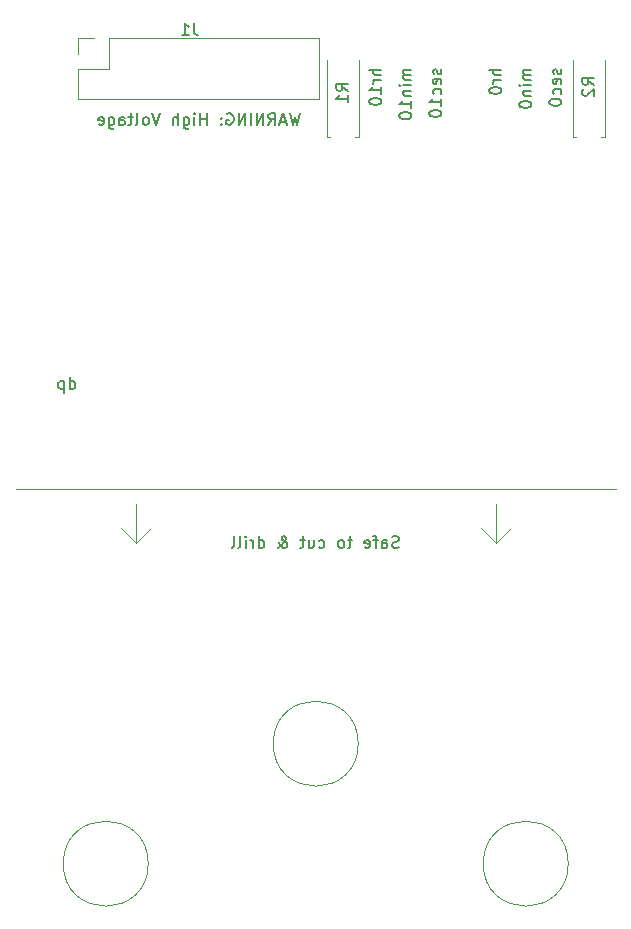
<source format=gbr>
G04 #@! TF.GenerationSoftware,KiCad,Pcbnew,(5.1.0)-1*
G04 #@! TF.CreationDate,2021-08-08T02:28:51-05:00*
G04 #@! TF.ProjectId,nixie_legacy-digit,6e697869-655f-46c6-9567-6163792d6469,rev?*
G04 #@! TF.SameCoordinates,Original*
G04 #@! TF.FileFunction,Legend,Bot*
G04 #@! TF.FilePolarity,Positive*
%FSLAX46Y46*%
G04 Gerber Fmt 4.6, Leading zero omitted, Abs format (unit mm)*
G04 Created by KiCad (PCBNEW (5.1.0)-1) date 2021-08-08 02:28:51*
%MOMM*%
%LPD*%
G04 APERTURE LIST*
%ADD10C,0.120000*%
%ADD11C,0.150000*%
G04 APERTURE END LIST*
D10*
X105200000Y-147320000D02*
G75*
G03X105200000Y-147320000I-3600000J0D01*
G01*
X87420000Y-157480000D02*
G75*
G03X87420000Y-157480000I-3600000J0D01*
G01*
X122980000Y-157480000D02*
G75*
G03X122980000Y-157480000I-3600000J0D01*
G01*
X86360000Y-130302000D02*
X85090000Y-129032000D01*
X87630000Y-129032000D02*
X86360000Y-130302000D01*
X86360000Y-127000000D02*
X86360000Y-130302000D01*
X116840000Y-130302000D02*
X115570000Y-129032000D01*
X118110000Y-129032000D02*
X116840000Y-130302000D01*
X116840000Y-127000000D02*
X116840000Y-130302000D01*
D11*
X108623809Y-130706761D02*
X108480952Y-130754380D01*
X108242857Y-130754380D01*
X108147619Y-130706761D01*
X108100000Y-130659142D01*
X108052380Y-130563904D01*
X108052380Y-130468666D01*
X108100000Y-130373428D01*
X108147619Y-130325809D01*
X108242857Y-130278190D01*
X108433333Y-130230571D01*
X108528571Y-130182952D01*
X108576190Y-130135333D01*
X108623809Y-130040095D01*
X108623809Y-129944857D01*
X108576190Y-129849619D01*
X108528571Y-129802000D01*
X108433333Y-129754380D01*
X108195238Y-129754380D01*
X108052380Y-129802000D01*
X107195238Y-130754380D02*
X107195238Y-130230571D01*
X107242857Y-130135333D01*
X107338095Y-130087714D01*
X107528571Y-130087714D01*
X107623809Y-130135333D01*
X107195238Y-130706761D02*
X107290476Y-130754380D01*
X107528571Y-130754380D01*
X107623809Y-130706761D01*
X107671428Y-130611523D01*
X107671428Y-130516285D01*
X107623809Y-130421047D01*
X107528571Y-130373428D01*
X107290476Y-130373428D01*
X107195238Y-130325809D01*
X106861904Y-130087714D02*
X106480952Y-130087714D01*
X106719047Y-130754380D02*
X106719047Y-129897238D01*
X106671428Y-129802000D01*
X106576190Y-129754380D01*
X106480952Y-129754380D01*
X105766666Y-130706761D02*
X105861904Y-130754380D01*
X106052380Y-130754380D01*
X106147619Y-130706761D01*
X106195238Y-130611523D01*
X106195238Y-130230571D01*
X106147619Y-130135333D01*
X106052380Y-130087714D01*
X105861904Y-130087714D01*
X105766666Y-130135333D01*
X105719047Y-130230571D01*
X105719047Y-130325809D01*
X106195238Y-130421047D01*
X104671428Y-130087714D02*
X104290476Y-130087714D01*
X104528571Y-129754380D02*
X104528571Y-130611523D01*
X104480952Y-130706761D01*
X104385714Y-130754380D01*
X104290476Y-130754380D01*
X103814285Y-130754380D02*
X103909523Y-130706761D01*
X103957142Y-130659142D01*
X104004761Y-130563904D01*
X104004761Y-130278190D01*
X103957142Y-130182952D01*
X103909523Y-130135333D01*
X103814285Y-130087714D01*
X103671428Y-130087714D01*
X103576190Y-130135333D01*
X103528571Y-130182952D01*
X103480952Y-130278190D01*
X103480952Y-130563904D01*
X103528571Y-130659142D01*
X103576190Y-130706761D01*
X103671428Y-130754380D01*
X103814285Y-130754380D01*
X101861904Y-130706761D02*
X101957142Y-130754380D01*
X102147619Y-130754380D01*
X102242857Y-130706761D01*
X102290476Y-130659142D01*
X102338095Y-130563904D01*
X102338095Y-130278190D01*
X102290476Y-130182952D01*
X102242857Y-130135333D01*
X102147619Y-130087714D01*
X101957142Y-130087714D01*
X101861904Y-130135333D01*
X101004761Y-130087714D02*
X101004761Y-130754380D01*
X101433333Y-130087714D02*
X101433333Y-130611523D01*
X101385714Y-130706761D01*
X101290476Y-130754380D01*
X101147619Y-130754380D01*
X101052380Y-130706761D01*
X101004761Y-130659142D01*
X100671428Y-130087714D02*
X100290476Y-130087714D01*
X100528571Y-129754380D02*
X100528571Y-130611523D01*
X100480952Y-130706761D01*
X100385714Y-130754380D01*
X100290476Y-130754380D01*
X98385714Y-130754380D02*
X98433333Y-130754380D01*
X98528571Y-130706761D01*
X98671428Y-130563904D01*
X98909523Y-130278190D01*
X99004761Y-130135333D01*
X99052380Y-129992476D01*
X99052380Y-129897238D01*
X99004761Y-129802000D01*
X98909523Y-129754380D01*
X98861904Y-129754380D01*
X98766666Y-129802000D01*
X98719047Y-129897238D01*
X98719047Y-129944857D01*
X98766666Y-130040095D01*
X98814285Y-130087714D01*
X99100000Y-130278190D01*
X99147619Y-130325809D01*
X99195238Y-130421047D01*
X99195238Y-130563904D01*
X99147619Y-130659142D01*
X99100000Y-130706761D01*
X99004761Y-130754380D01*
X98861904Y-130754380D01*
X98766666Y-130706761D01*
X98719047Y-130659142D01*
X98576190Y-130468666D01*
X98528571Y-130325809D01*
X98528571Y-130230571D01*
X96766666Y-130754380D02*
X96766666Y-129754380D01*
X96766666Y-130706761D02*
X96861904Y-130754380D01*
X97052380Y-130754380D01*
X97147619Y-130706761D01*
X97195238Y-130659142D01*
X97242857Y-130563904D01*
X97242857Y-130278190D01*
X97195238Y-130182952D01*
X97147619Y-130135333D01*
X97052380Y-130087714D01*
X96861904Y-130087714D01*
X96766666Y-130135333D01*
X96290476Y-130754380D02*
X96290476Y-130087714D01*
X96290476Y-130278190D02*
X96242857Y-130182952D01*
X96195238Y-130135333D01*
X96100000Y-130087714D01*
X96004761Y-130087714D01*
X95671428Y-130754380D02*
X95671428Y-130087714D01*
X95671428Y-129754380D02*
X95719047Y-129802000D01*
X95671428Y-129849619D01*
X95623809Y-129802000D01*
X95671428Y-129754380D01*
X95671428Y-129849619D01*
X95052380Y-130754380D02*
X95147619Y-130706761D01*
X95195238Y-130611523D01*
X95195238Y-129754380D01*
X94528571Y-130754380D02*
X94623809Y-130706761D01*
X94671428Y-130611523D01*
X94671428Y-129754380D01*
D10*
X127000000Y-125730000D02*
X76200000Y-125730000D01*
D11*
X100265428Y-93940380D02*
X100027333Y-94940380D01*
X99836857Y-94226095D01*
X99646380Y-94940380D01*
X99408285Y-93940380D01*
X99074952Y-94654666D02*
X98598761Y-94654666D01*
X99170190Y-94940380D02*
X98836857Y-93940380D01*
X98503523Y-94940380D01*
X97598761Y-94940380D02*
X97932095Y-94464190D01*
X98170190Y-94940380D02*
X98170190Y-93940380D01*
X97789238Y-93940380D01*
X97694000Y-93988000D01*
X97646380Y-94035619D01*
X97598761Y-94130857D01*
X97598761Y-94273714D01*
X97646380Y-94368952D01*
X97694000Y-94416571D01*
X97789238Y-94464190D01*
X98170190Y-94464190D01*
X97170190Y-94940380D02*
X97170190Y-93940380D01*
X96598761Y-94940380D01*
X96598761Y-93940380D01*
X96122571Y-94940380D02*
X96122571Y-93940380D01*
X95646380Y-94940380D02*
X95646380Y-93940380D01*
X95074952Y-94940380D01*
X95074952Y-93940380D01*
X94074952Y-93988000D02*
X94170190Y-93940380D01*
X94313047Y-93940380D01*
X94455904Y-93988000D01*
X94551142Y-94083238D01*
X94598761Y-94178476D01*
X94646380Y-94368952D01*
X94646380Y-94511809D01*
X94598761Y-94702285D01*
X94551142Y-94797523D01*
X94455904Y-94892761D01*
X94313047Y-94940380D01*
X94217809Y-94940380D01*
X94074952Y-94892761D01*
X94027333Y-94845142D01*
X94027333Y-94511809D01*
X94217809Y-94511809D01*
X93598761Y-94845142D02*
X93551142Y-94892761D01*
X93598761Y-94940380D01*
X93646380Y-94892761D01*
X93598761Y-94845142D01*
X93598761Y-94940380D01*
X93598761Y-94321333D02*
X93551142Y-94368952D01*
X93598761Y-94416571D01*
X93646380Y-94368952D01*
X93598761Y-94321333D01*
X93598761Y-94416571D01*
X92360666Y-94940380D02*
X92360666Y-93940380D01*
X92360666Y-94416571D02*
X91789238Y-94416571D01*
X91789238Y-94940380D02*
X91789238Y-93940380D01*
X91313047Y-94940380D02*
X91313047Y-94273714D01*
X91313047Y-93940380D02*
X91360666Y-93988000D01*
X91313047Y-94035619D01*
X91265428Y-93988000D01*
X91313047Y-93940380D01*
X91313047Y-94035619D01*
X90408285Y-94273714D02*
X90408285Y-95083238D01*
X90455904Y-95178476D01*
X90503523Y-95226095D01*
X90598761Y-95273714D01*
X90741619Y-95273714D01*
X90836857Y-95226095D01*
X90408285Y-94892761D02*
X90503523Y-94940380D01*
X90694000Y-94940380D01*
X90789238Y-94892761D01*
X90836857Y-94845142D01*
X90884476Y-94749904D01*
X90884476Y-94464190D01*
X90836857Y-94368952D01*
X90789238Y-94321333D01*
X90694000Y-94273714D01*
X90503523Y-94273714D01*
X90408285Y-94321333D01*
X89932095Y-94940380D02*
X89932095Y-93940380D01*
X89503523Y-94940380D02*
X89503523Y-94416571D01*
X89551142Y-94321333D01*
X89646380Y-94273714D01*
X89789238Y-94273714D01*
X89884476Y-94321333D01*
X89932095Y-94368952D01*
X88408285Y-93940380D02*
X88074952Y-94940380D01*
X87741619Y-93940380D01*
X87265428Y-94940380D02*
X87360666Y-94892761D01*
X87408285Y-94845142D01*
X87455904Y-94749904D01*
X87455904Y-94464190D01*
X87408285Y-94368952D01*
X87360666Y-94321333D01*
X87265428Y-94273714D01*
X87122571Y-94273714D01*
X87027333Y-94321333D01*
X86979714Y-94368952D01*
X86932095Y-94464190D01*
X86932095Y-94749904D01*
X86979714Y-94845142D01*
X87027333Y-94892761D01*
X87122571Y-94940380D01*
X87265428Y-94940380D01*
X86360666Y-94940380D02*
X86455904Y-94892761D01*
X86503523Y-94797523D01*
X86503523Y-93940380D01*
X86122571Y-94273714D02*
X85741619Y-94273714D01*
X85979714Y-93940380D02*
X85979714Y-94797523D01*
X85932095Y-94892761D01*
X85836857Y-94940380D01*
X85741619Y-94940380D01*
X84979714Y-94940380D02*
X84979714Y-94416571D01*
X85027333Y-94321333D01*
X85122571Y-94273714D01*
X85313047Y-94273714D01*
X85408285Y-94321333D01*
X84979714Y-94892761D02*
X85074952Y-94940380D01*
X85313047Y-94940380D01*
X85408285Y-94892761D01*
X85455904Y-94797523D01*
X85455904Y-94702285D01*
X85408285Y-94607047D01*
X85313047Y-94559428D01*
X85074952Y-94559428D01*
X84979714Y-94511809D01*
X84074952Y-94273714D02*
X84074952Y-95083238D01*
X84122571Y-95178476D01*
X84170190Y-95226095D01*
X84265428Y-95273714D01*
X84408285Y-95273714D01*
X84503523Y-95226095D01*
X84074952Y-94892761D02*
X84170190Y-94940380D01*
X84360666Y-94940380D01*
X84455904Y-94892761D01*
X84503523Y-94845142D01*
X84551142Y-94749904D01*
X84551142Y-94464190D01*
X84503523Y-94368952D01*
X84455904Y-94321333D01*
X84360666Y-94273714D01*
X84170190Y-94273714D01*
X84074952Y-94321333D01*
X83217809Y-94892761D02*
X83313047Y-94940380D01*
X83503523Y-94940380D01*
X83598761Y-94892761D01*
X83646380Y-94797523D01*
X83646380Y-94416571D01*
X83598761Y-94321333D01*
X83503523Y-94273714D01*
X83313047Y-94273714D01*
X83217809Y-94321333D01*
X83170190Y-94416571D01*
X83170190Y-94511809D01*
X83646380Y-94607047D01*
D10*
X123344000Y-89440000D02*
X123344000Y-95980000D01*
X123344000Y-95980000D02*
X123674000Y-95980000D01*
X126084000Y-89440000D02*
X126084000Y-95980000D01*
X126084000Y-95980000D02*
X125754000Y-95980000D01*
X102516000Y-89440000D02*
X102516000Y-95980000D01*
X102516000Y-95980000D02*
X102846000Y-95980000D01*
X105256000Y-89440000D02*
X105256000Y-95980000D01*
X105256000Y-95980000D02*
X104926000Y-95980000D01*
X101914000Y-87570000D02*
X101914000Y-92770000D01*
X84074000Y-87570000D02*
X101914000Y-87570000D01*
X81474000Y-92770000D02*
X101914000Y-92770000D01*
X84074000Y-87570000D02*
X84074000Y-90170000D01*
X84074000Y-90170000D02*
X81474000Y-90170000D01*
X81474000Y-90170000D02*
X81474000Y-92770000D01*
X82804000Y-87570000D02*
X81474000Y-87570000D01*
X81474000Y-87570000D02*
X81474000Y-88900000D01*
D11*
X80756095Y-117292380D02*
X80756095Y-116292380D01*
X80756095Y-117244761D02*
X80851333Y-117292380D01*
X81041809Y-117292380D01*
X81137047Y-117244761D01*
X81184666Y-117197142D01*
X81232285Y-117101904D01*
X81232285Y-116816190D01*
X81184666Y-116720952D01*
X81137047Y-116673333D01*
X81041809Y-116625714D01*
X80851333Y-116625714D01*
X80756095Y-116673333D01*
X80279904Y-116625714D02*
X80279904Y-117625714D01*
X80279904Y-116673333D02*
X80184666Y-116625714D01*
X79994190Y-116625714D01*
X79898952Y-116673333D01*
X79851333Y-116720952D01*
X79803714Y-116816190D01*
X79803714Y-117101904D01*
X79851333Y-117197142D01*
X79898952Y-117244761D01*
X79994190Y-117292380D01*
X80184666Y-117292380D01*
X80279904Y-117244761D01*
X125166380Y-91527333D02*
X124690190Y-91194000D01*
X125166380Y-90955904D02*
X124166380Y-90955904D01*
X124166380Y-91336857D01*
X124214000Y-91432095D01*
X124261619Y-91479714D01*
X124356857Y-91527333D01*
X124499714Y-91527333D01*
X124594952Y-91479714D01*
X124642571Y-91432095D01*
X124690190Y-91336857D01*
X124690190Y-90955904D01*
X124261619Y-91908285D02*
X124214000Y-91955904D01*
X124166380Y-92051142D01*
X124166380Y-92289238D01*
X124214000Y-92384476D01*
X124261619Y-92432095D01*
X124356857Y-92479714D01*
X124452095Y-92479714D01*
X124594952Y-92432095D01*
X125166380Y-91860666D01*
X125166380Y-92479714D01*
X104338380Y-92035333D02*
X103862190Y-91702000D01*
X104338380Y-91463904D02*
X103338380Y-91463904D01*
X103338380Y-91844857D01*
X103386000Y-91940095D01*
X103433619Y-91987714D01*
X103528857Y-92035333D01*
X103671714Y-92035333D01*
X103766952Y-91987714D01*
X103814571Y-91940095D01*
X103862190Y-91844857D01*
X103862190Y-91463904D01*
X104338380Y-92987714D02*
X104338380Y-92416285D01*
X104338380Y-92702000D02*
X103338380Y-92702000D01*
X103481238Y-92606761D01*
X103576476Y-92511523D01*
X103624095Y-92416285D01*
X122324761Y-90203976D02*
X122372380Y-90299214D01*
X122372380Y-90489690D01*
X122324761Y-90584928D01*
X122229523Y-90632547D01*
X122181904Y-90632547D01*
X122086666Y-90584928D01*
X122039047Y-90489690D01*
X122039047Y-90346833D01*
X121991428Y-90251595D01*
X121896190Y-90203976D01*
X121848571Y-90203976D01*
X121753333Y-90251595D01*
X121705714Y-90346833D01*
X121705714Y-90489690D01*
X121753333Y-90584928D01*
X122324761Y-91442071D02*
X122372380Y-91346833D01*
X122372380Y-91156357D01*
X122324761Y-91061119D01*
X122229523Y-91013500D01*
X121848571Y-91013500D01*
X121753333Y-91061119D01*
X121705714Y-91156357D01*
X121705714Y-91346833D01*
X121753333Y-91442071D01*
X121848571Y-91489690D01*
X121943809Y-91489690D01*
X122039047Y-91013500D01*
X122324761Y-92346833D02*
X122372380Y-92251595D01*
X122372380Y-92061119D01*
X122324761Y-91965880D01*
X122277142Y-91918261D01*
X122181904Y-91870642D01*
X121896190Y-91870642D01*
X121800952Y-91918261D01*
X121753333Y-91965880D01*
X121705714Y-92061119D01*
X121705714Y-92251595D01*
X121753333Y-92346833D01*
X121372380Y-92965880D02*
X121372380Y-93061119D01*
X121420000Y-93156357D01*
X121467619Y-93203976D01*
X121562857Y-93251595D01*
X121753333Y-93299214D01*
X121991428Y-93299214D01*
X122181904Y-93251595D01*
X122277142Y-93203976D01*
X122324761Y-93156357D01*
X122372380Y-93061119D01*
X122372380Y-92965880D01*
X122324761Y-92870642D01*
X122277142Y-92823023D01*
X122181904Y-92775404D01*
X121991428Y-92727785D01*
X121753333Y-92727785D01*
X121562857Y-92775404D01*
X121467619Y-92823023D01*
X121420000Y-92870642D01*
X121372380Y-92965880D01*
X112164761Y-90203976D02*
X112212380Y-90299214D01*
X112212380Y-90489690D01*
X112164761Y-90584928D01*
X112069523Y-90632547D01*
X112021904Y-90632547D01*
X111926666Y-90584928D01*
X111879047Y-90489690D01*
X111879047Y-90346833D01*
X111831428Y-90251595D01*
X111736190Y-90203976D01*
X111688571Y-90203976D01*
X111593333Y-90251595D01*
X111545714Y-90346833D01*
X111545714Y-90489690D01*
X111593333Y-90584928D01*
X112164761Y-91442071D02*
X112212380Y-91346833D01*
X112212380Y-91156357D01*
X112164761Y-91061119D01*
X112069523Y-91013500D01*
X111688571Y-91013500D01*
X111593333Y-91061119D01*
X111545714Y-91156357D01*
X111545714Y-91346833D01*
X111593333Y-91442071D01*
X111688571Y-91489690D01*
X111783809Y-91489690D01*
X111879047Y-91013500D01*
X112164761Y-92346833D02*
X112212380Y-92251595D01*
X112212380Y-92061119D01*
X112164761Y-91965880D01*
X112117142Y-91918261D01*
X112021904Y-91870642D01*
X111736190Y-91870642D01*
X111640952Y-91918261D01*
X111593333Y-91965880D01*
X111545714Y-92061119D01*
X111545714Y-92251595D01*
X111593333Y-92346833D01*
X112212380Y-93299214D02*
X112212380Y-92727785D01*
X112212380Y-93013500D02*
X111212380Y-93013500D01*
X111355238Y-92918261D01*
X111450476Y-92823023D01*
X111498095Y-92727785D01*
X111212380Y-93918261D02*
X111212380Y-94013500D01*
X111260000Y-94108738D01*
X111307619Y-94156357D01*
X111402857Y-94203976D01*
X111593333Y-94251595D01*
X111831428Y-94251595D01*
X112021904Y-94203976D01*
X112117142Y-94156357D01*
X112164761Y-94108738D01*
X112212380Y-94013500D01*
X112212380Y-93918261D01*
X112164761Y-93823023D01*
X112117142Y-93775404D01*
X112021904Y-93727785D01*
X111831428Y-93680166D01*
X111593333Y-93680166D01*
X111402857Y-93727785D01*
X111307619Y-93775404D01*
X111260000Y-93823023D01*
X111212380Y-93918261D01*
X119832380Y-90251595D02*
X119165714Y-90251595D01*
X119260952Y-90251595D02*
X119213333Y-90299214D01*
X119165714Y-90394452D01*
X119165714Y-90537309D01*
X119213333Y-90632547D01*
X119308571Y-90680166D01*
X119832380Y-90680166D01*
X119308571Y-90680166D02*
X119213333Y-90727785D01*
X119165714Y-90823023D01*
X119165714Y-90965880D01*
X119213333Y-91061119D01*
X119308571Y-91108738D01*
X119832380Y-91108738D01*
X119832380Y-91584928D02*
X119165714Y-91584928D01*
X118832380Y-91584928D02*
X118880000Y-91537309D01*
X118927619Y-91584928D01*
X118880000Y-91632547D01*
X118832380Y-91584928D01*
X118927619Y-91584928D01*
X119165714Y-92061119D02*
X119832380Y-92061119D01*
X119260952Y-92061119D02*
X119213333Y-92108738D01*
X119165714Y-92203976D01*
X119165714Y-92346833D01*
X119213333Y-92442071D01*
X119308571Y-92489690D01*
X119832380Y-92489690D01*
X118832380Y-93156357D02*
X118832380Y-93251595D01*
X118880000Y-93346833D01*
X118927619Y-93394452D01*
X119022857Y-93442071D01*
X119213333Y-93489690D01*
X119451428Y-93489690D01*
X119641904Y-93442071D01*
X119737142Y-93394452D01*
X119784761Y-93346833D01*
X119832380Y-93251595D01*
X119832380Y-93156357D01*
X119784761Y-93061119D01*
X119737142Y-93013500D01*
X119641904Y-92965880D01*
X119451428Y-92918261D01*
X119213333Y-92918261D01*
X119022857Y-92965880D01*
X118927619Y-93013500D01*
X118880000Y-93061119D01*
X118832380Y-93156357D01*
X109672380Y-90251595D02*
X109005714Y-90251595D01*
X109100952Y-90251595D02*
X109053333Y-90299214D01*
X109005714Y-90394452D01*
X109005714Y-90537309D01*
X109053333Y-90632547D01*
X109148571Y-90680166D01*
X109672380Y-90680166D01*
X109148571Y-90680166D02*
X109053333Y-90727785D01*
X109005714Y-90823023D01*
X109005714Y-90965880D01*
X109053333Y-91061119D01*
X109148571Y-91108738D01*
X109672380Y-91108738D01*
X109672380Y-91584928D02*
X109005714Y-91584928D01*
X108672380Y-91584928D02*
X108720000Y-91537309D01*
X108767619Y-91584928D01*
X108720000Y-91632547D01*
X108672380Y-91584928D01*
X108767619Y-91584928D01*
X109005714Y-92061119D02*
X109672380Y-92061119D01*
X109100952Y-92061119D02*
X109053333Y-92108738D01*
X109005714Y-92203976D01*
X109005714Y-92346833D01*
X109053333Y-92442071D01*
X109148571Y-92489690D01*
X109672380Y-92489690D01*
X109672380Y-93489690D02*
X109672380Y-92918261D01*
X109672380Y-93203976D02*
X108672380Y-93203976D01*
X108815238Y-93108738D01*
X108910476Y-93013500D01*
X108958095Y-92918261D01*
X108672380Y-94108738D02*
X108672380Y-94203976D01*
X108720000Y-94299214D01*
X108767619Y-94346833D01*
X108862857Y-94394452D01*
X109053333Y-94442071D01*
X109291428Y-94442071D01*
X109481904Y-94394452D01*
X109577142Y-94346833D01*
X109624761Y-94299214D01*
X109672380Y-94203976D01*
X109672380Y-94108738D01*
X109624761Y-94013500D01*
X109577142Y-93965880D01*
X109481904Y-93918261D01*
X109291428Y-93870642D01*
X109053333Y-93870642D01*
X108862857Y-93918261D01*
X108767619Y-93965880D01*
X108720000Y-94013500D01*
X108672380Y-94108738D01*
X117292380Y-90251595D02*
X116292380Y-90251595D01*
X117292380Y-90680166D02*
X116768571Y-90680166D01*
X116673333Y-90632547D01*
X116625714Y-90537309D01*
X116625714Y-90394452D01*
X116673333Y-90299214D01*
X116720952Y-90251595D01*
X117292380Y-91156357D02*
X116625714Y-91156357D01*
X116816190Y-91156357D02*
X116720952Y-91203976D01*
X116673333Y-91251595D01*
X116625714Y-91346833D01*
X116625714Y-91442071D01*
X116292380Y-91965880D02*
X116292380Y-92061119D01*
X116340000Y-92156357D01*
X116387619Y-92203976D01*
X116482857Y-92251595D01*
X116673333Y-92299214D01*
X116911428Y-92299214D01*
X117101904Y-92251595D01*
X117197142Y-92203976D01*
X117244761Y-92156357D01*
X117292380Y-92061119D01*
X117292380Y-91965880D01*
X117244761Y-91870642D01*
X117197142Y-91823023D01*
X117101904Y-91775404D01*
X116911428Y-91727785D01*
X116673333Y-91727785D01*
X116482857Y-91775404D01*
X116387619Y-91823023D01*
X116340000Y-91870642D01*
X116292380Y-91965880D01*
X107132380Y-90251595D02*
X106132380Y-90251595D01*
X107132380Y-90680166D02*
X106608571Y-90680166D01*
X106513333Y-90632547D01*
X106465714Y-90537309D01*
X106465714Y-90394452D01*
X106513333Y-90299214D01*
X106560952Y-90251595D01*
X107132380Y-91156357D02*
X106465714Y-91156357D01*
X106656190Y-91156357D02*
X106560952Y-91203976D01*
X106513333Y-91251595D01*
X106465714Y-91346833D01*
X106465714Y-91442071D01*
X107132380Y-92299214D02*
X107132380Y-91727785D01*
X107132380Y-92013500D02*
X106132380Y-92013500D01*
X106275238Y-91918261D01*
X106370476Y-91823023D01*
X106418095Y-91727785D01*
X106132380Y-92918261D02*
X106132380Y-93013500D01*
X106180000Y-93108738D01*
X106227619Y-93156357D01*
X106322857Y-93203976D01*
X106513333Y-93251595D01*
X106751428Y-93251595D01*
X106941904Y-93203976D01*
X107037142Y-93156357D01*
X107084761Y-93108738D01*
X107132380Y-93013500D01*
X107132380Y-92918261D01*
X107084761Y-92823023D01*
X107037142Y-92775404D01*
X106941904Y-92727785D01*
X106751428Y-92680166D01*
X106513333Y-92680166D01*
X106322857Y-92727785D01*
X106227619Y-92775404D01*
X106180000Y-92823023D01*
X106132380Y-92918261D01*
X91265333Y-86320380D02*
X91265333Y-87034666D01*
X91312952Y-87177523D01*
X91408190Y-87272761D01*
X91551047Y-87320380D01*
X91646285Y-87320380D01*
X90265333Y-87320380D02*
X90836761Y-87320380D01*
X90551047Y-87320380D02*
X90551047Y-86320380D01*
X90646285Y-86463238D01*
X90741523Y-86558476D01*
X90836761Y-86606095D01*
M02*

</source>
